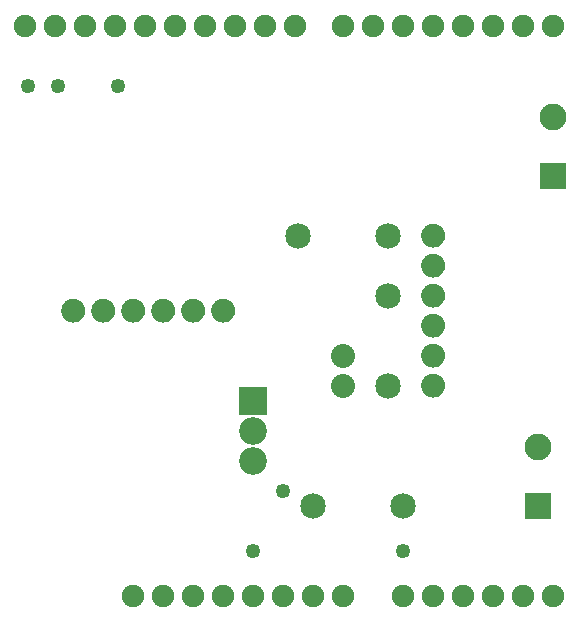
<source format=gbs>
G04 MADE WITH FRITZING*
G04 WWW.FRITZING.ORG*
G04 DOUBLE SIDED*
G04 HOLES PLATED*
G04 CONTOUR ON CENTER OF CONTOUR VECTOR*
%ASAXBY*%
%FSLAX23Y23*%
%MOIN*%
%OFA0B0*%
%SFA1.0B1.0*%
%ADD10C,0.049370*%
%ADD11C,0.089370*%
%ADD12C,0.075278*%
%ADD13C,0.092000*%
%ADD14C,0.085000*%
%ADD15C,0.080000*%
%ADD16R,0.089370X0.089370*%
%ADD17R,0.092000X0.092000*%
%ADD18R,0.001000X0.001000*%
%LNMASK0*%
G90*
G70*
G54D10*
X899Y252D03*
X1399Y252D03*
X1000Y453D03*
X249Y1802D03*
X149Y1802D03*
X449Y1802D03*
G54D11*
X1849Y402D03*
X1849Y599D03*
X1899Y1502D03*
X1899Y1699D03*
G54D12*
X1499Y102D03*
X1599Y102D03*
X1699Y102D03*
X1799Y102D03*
X1899Y102D03*
X1039Y2002D03*
X939Y2002D03*
X839Y2002D03*
X739Y2002D03*
X639Y2002D03*
X539Y2002D03*
X439Y2002D03*
X339Y2002D03*
X239Y2002D03*
X139Y2002D03*
X1899Y2002D03*
X1799Y2002D03*
X1699Y2002D03*
X1599Y2002D03*
X1499Y2002D03*
X1399Y2002D03*
X1299Y2002D03*
X1199Y2002D03*
X599Y102D03*
X499Y102D03*
X699Y102D03*
X799Y102D03*
X899Y102D03*
X999Y102D03*
X1099Y102D03*
X1199Y102D03*
X1399Y102D03*
G54D13*
X899Y752D03*
X899Y652D03*
X899Y552D03*
G54D14*
X1099Y402D03*
X1399Y402D03*
X1349Y802D03*
X1349Y1102D03*
X1349Y1302D03*
X1049Y1302D03*
G54D15*
X1199Y902D03*
X1199Y802D03*
G54D16*
X1849Y402D03*
X1899Y1502D03*
G54D17*
X899Y752D03*
G54D18*
X1493Y1342D02*
X1505Y1342D01*
X1489Y1341D02*
X1510Y1341D01*
X1486Y1340D02*
X1513Y1340D01*
X1483Y1339D02*
X1515Y1339D01*
X1481Y1338D02*
X1517Y1338D01*
X1479Y1337D02*
X1519Y1337D01*
X1478Y1336D02*
X1520Y1336D01*
X1476Y1335D02*
X1522Y1335D01*
X1475Y1334D02*
X1523Y1334D01*
X1474Y1333D02*
X1525Y1333D01*
X1473Y1332D02*
X1526Y1332D01*
X1471Y1331D02*
X1527Y1331D01*
X1471Y1330D02*
X1528Y1330D01*
X1470Y1329D02*
X1529Y1329D01*
X1469Y1328D02*
X1529Y1328D01*
X1468Y1327D02*
X1530Y1327D01*
X1467Y1326D02*
X1531Y1326D01*
X1467Y1325D02*
X1532Y1325D01*
X1466Y1324D02*
X1532Y1324D01*
X1465Y1323D02*
X1533Y1323D01*
X1465Y1322D02*
X1534Y1322D01*
X1464Y1321D02*
X1534Y1321D01*
X1464Y1320D02*
X1535Y1320D01*
X1463Y1319D02*
X1535Y1319D01*
X1463Y1318D02*
X1536Y1318D01*
X1462Y1317D02*
X1536Y1317D01*
X1462Y1316D02*
X1536Y1316D01*
X1462Y1315D02*
X1537Y1315D01*
X1461Y1314D02*
X1537Y1314D01*
X1461Y1313D02*
X1537Y1313D01*
X1461Y1312D02*
X1537Y1312D01*
X1461Y1311D02*
X1538Y1311D01*
X1460Y1310D02*
X1538Y1310D01*
X1460Y1309D02*
X1538Y1309D01*
X1460Y1308D02*
X1538Y1308D01*
X1460Y1307D02*
X1538Y1307D01*
X1460Y1306D02*
X1538Y1306D01*
X1460Y1305D02*
X1538Y1305D01*
X1460Y1304D02*
X1539Y1304D01*
X1460Y1303D02*
X1539Y1303D01*
X1460Y1302D02*
X1539Y1302D01*
X1460Y1301D02*
X1538Y1301D01*
X1460Y1300D02*
X1538Y1300D01*
X1460Y1299D02*
X1538Y1299D01*
X1460Y1298D02*
X1538Y1298D01*
X1460Y1297D02*
X1538Y1297D01*
X1460Y1296D02*
X1538Y1296D01*
X1460Y1295D02*
X1538Y1295D01*
X1461Y1294D02*
X1538Y1294D01*
X1461Y1293D02*
X1537Y1293D01*
X1461Y1292D02*
X1537Y1292D01*
X1461Y1291D02*
X1537Y1291D01*
X1462Y1290D02*
X1537Y1290D01*
X1462Y1289D02*
X1536Y1289D01*
X1462Y1288D02*
X1536Y1288D01*
X1463Y1287D02*
X1535Y1287D01*
X1463Y1286D02*
X1535Y1286D01*
X1464Y1285D02*
X1534Y1285D01*
X1464Y1284D02*
X1534Y1284D01*
X1465Y1283D02*
X1533Y1283D01*
X1465Y1282D02*
X1533Y1282D01*
X1466Y1281D02*
X1532Y1281D01*
X1467Y1280D02*
X1531Y1280D01*
X1467Y1279D02*
X1531Y1279D01*
X1468Y1278D02*
X1530Y1278D01*
X1469Y1277D02*
X1529Y1277D01*
X1470Y1276D02*
X1528Y1276D01*
X1471Y1275D02*
X1527Y1275D01*
X1472Y1274D02*
X1527Y1274D01*
X1473Y1273D02*
X1525Y1273D01*
X1474Y1272D02*
X1524Y1272D01*
X1475Y1271D02*
X1523Y1271D01*
X1477Y1270D02*
X1522Y1270D01*
X1478Y1269D02*
X1520Y1269D01*
X1480Y1268D02*
X1518Y1268D01*
X1482Y1267D02*
X1517Y1267D01*
X1484Y1266D02*
X1515Y1266D01*
X1486Y1265D02*
X1512Y1265D01*
X1490Y1264D02*
X1509Y1264D01*
X1495Y1263D02*
X1503Y1263D01*
X1493Y1242D02*
X1505Y1242D01*
X1489Y1241D02*
X1510Y1241D01*
X1486Y1240D02*
X1513Y1240D01*
X1483Y1239D02*
X1515Y1239D01*
X1481Y1238D02*
X1517Y1238D01*
X1479Y1237D02*
X1519Y1237D01*
X1478Y1236D02*
X1520Y1236D01*
X1476Y1235D02*
X1522Y1235D01*
X1475Y1234D02*
X1523Y1234D01*
X1474Y1233D02*
X1525Y1233D01*
X1473Y1232D02*
X1526Y1232D01*
X1471Y1231D02*
X1527Y1231D01*
X1471Y1230D02*
X1528Y1230D01*
X1470Y1229D02*
X1529Y1229D01*
X1469Y1228D02*
X1529Y1228D01*
X1468Y1227D02*
X1530Y1227D01*
X1467Y1226D02*
X1531Y1226D01*
X1467Y1225D02*
X1532Y1225D01*
X1466Y1224D02*
X1532Y1224D01*
X1465Y1223D02*
X1533Y1223D01*
X1465Y1222D02*
X1534Y1222D01*
X1464Y1221D02*
X1534Y1221D01*
X1464Y1220D02*
X1535Y1220D01*
X1463Y1219D02*
X1535Y1219D01*
X1463Y1218D02*
X1536Y1218D01*
X1462Y1217D02*
X1536Y1217D01*
X1462Y1216D02*
X1536Y1216D01*
X1462Y1215D02*
X1537Y1215D01*
X1461Y1214D02*
X1537Y1214D01*
X1461Y1213D02*
X1537Y1213D01*
X1461Y1212D02*
X1537Y1212D01*
X1461Y1211D02*
X1538Y1211D01*
X1460Y1210D02*
X1538Y1210D01*
X1460Y1209D02*
X1538Y1209D01*
X1460Y1208D02*
X1538Y1208D01*
X1460Y1207D02*
X1538Y1207D01*
X1460Y1206D02*
X1538Y1206D01*
X1460Y1205D02*
X1538Y1205D01*
X1460Y1204D02*
X1539Y1204D01*
X1460Y1203D02*
X1539Y1203D01*
X1460Y1202D02*
X1539Y1202D01*
X1460Y1201D02*
X1538Y1201D01*
X1460Y1200D02*
X1538Y1200D01*
X1460Y1199D02*
X1538Y1199D01*
X1460Y1198D02*
X1538Y1198D01*
X1460Y1197D02*
X1538Y1197D01*
X1460Y1196D02*
X1538Y1196D01*
X1460Y1195D02*
X1538Y1195D01*
X1461Y1194D02*
X1538Y1194D01*
X1461Y1193D02*
X1537Y1193D01*
X1461Y1192D02*
X1537Y1192D01*
X1461Y1191D02*
X1537Y1191D01*
X1462Y1190D02*
X1537Y1190D01*
X1462Y1189D02*
X1536Y1189D01*
X1462Y1188D02*
X1536Y1188D01*
X1463Y1187D02*
X1535Y1187D01*
X1463Y1186D02*
X1535Y1186D01*
X1464Y1185D02*
X1534Y1185D01*
X1464Y1184D02*
X1534Y1184D01*
X1465Y1183D02*
X1533Y1183D01*
X1465Y1182D02*
X1533Y1182D01*
X1466Y1181D02*
X1532Y1181D01*
X1467Y1180D02*
X1531Y1180D01*
X1467Y1179D02*
X1531Y1179D01*
X1468Y1178D02*
X1530Y1178D01*
X1469Y1177D02*
X1529Y1177D01*
X1470Y1176D02*
X1528Y1176D01*
X1471Y1175D02*
X1527Y1175D01*
X1472Y1174D02*
X1527Y1174D01*
X1473Y1173D02*
X1525Y1173D01*
X1474Y1172D02*
X1524Y1172D01*
X1475Y1171D02*
X1523Y1171D01*
X1477Y1170D02*
X1522Y1170D01*
X1478Y1169D02*
X1520Y1169D01*
X1480Y1168D02*
X1518Y1168D01*
X1482Y1167D02*
X1517Y1167D01*
X1484Y1166D02*
X1515Y1166D01*
X1486Y1165D02*
X1512Y1165D01*
X1490Y1164D02*
X1509Y1164D01*
X1495Y1163D02*
X1503Y1163D01*
X1493Y1142D02*
X1505Y1142D01*
X1489Y1141D02*
X1510Y1141D01*
X1485Y1140D02*
X1513Y1140D01*
X1483Y1139D02*
X1515Y1139D01*
X1481Y1138D02*
X1517Y1138D01*
X1479Y1137D02*
X1519Y1137D01*
X1478Y1136D02*
X1521Y1136D01*
X1476Y1135D02*
X1522Y1135D01*
X1475Y1134D02*
X1523Y1134D01*
X1474Y1133D02*
X1525Y1133D01*
X1473Y1132D02*
X1526Y1132D01*
X1471Y1131D02*
X1527Y1131D01*
X1471Y1130D02*
X1528Y1130D01*
X1470Y1129D02*
X1529Y1129D01*
X1469Y1128D02*
X1529Y1128D01*
X1468Y1127D02*
X1530Y1127D01*
X1467Y1126D02*
X1531Y1126D01*
X1467Y1125D02*
X1532Y1125D01*
X1466Y1124D02*
X1532Y1124D01*
X1465Y1123D02*
X1533Y1123D01*
X1465Y1122D02*
X1534Y1122D01*
X1464Y1121D02*
X1534Y1121D01*
X1464Y1120D02*
X1535Y1120D01*
X1463Y1119D02*
X1535Y1119D01*
X1463Y1118D02*
X1536Y1118D01*
X1462Y1117D02*
X1536Y1117D01*
X1462Y1116D02*
X1536Y1116D01*
X1462Y1115D02*
X1537Y1115D01*
X1461Y1114D02*
X1537Y1114D01*
X1461Y1113D02*
X1537Y1113D01*
X1461Y1112D02*
X1537Y1112D01*
X1461Y1111D02*
X1538Y1111D01*
X1460Y1110D02*
X1538Y1110D01*
X1460Y1109D02*
X1538Y1109D01*
X1460Y1108D02*
X1538Y1108D01*
X1460Y1107D02*
X1538Y1107D01*
X1460Y1106D02*
X1538Y1106D01*
X1460Y1105D02*
X1538Y1105D01*
X1460Y1104D02*
X1539Y1104D01*
X1460Y1103D02*
X1539Y1103D01*
X1460Y1102D02*
X1539Y1102D01*
X1460Y1101D02*
X1538Y1101D01*
X1460Y1100D02*
X1538Y1100D01*
X1460Y1099D02*
X1538Y1099D01*
X1460Y1098D02*
X1538Y1098D01*
X1460Y1097D02*
X1538Y1097D01*
X1460Y1096D02*
X1538Y1096D01*
X1460Y1095D02*
X1538Y1095D01*
X1461Y1094D02*
X1538Y1094D01*
X1461Y1093D02*
X1537Y1093D01*
X293Y1092D02*
X305Y1092D01*
X393Y1092D02*
X405Y1092D01*
X493Y1092D02*
X505Y1092D01*
X593Y1092D02*
X605Y1092D01*
X693Y1092D02*
X705Y1092D01*
X793Y1092D02*
X805Y1092D01*
X1461Y1092D02*
X1537Y1092D01*
X289Y1091D02*
X310Y1091D01*
X389Y1091D02*
X410Y1091D01*
X489Y1091D02*
X510Y1091D01*
X589Y1091D02*
X610Y1091D01*
X689Y1091D02*
X710Y1091D01*
X789Y1091D02*
X810Y1091D01*
X1461Y1091D02*
X1537Y1091D01*
X286Y1090D02*
X313Y1090D01*
X386Y1090D02*
X413Y1090D01*
X486Y1090D02*
X513Y1090D01*
X586Y1090D02*
X613Y1090D01*
X686Y1090D02*
X713Y1090D01*
X786Y1090D02*
X813Y1090D01*
X1462Y1090D02*
X1537Y1090D01*
X283Y1089D02*
X315Y1089D01*
X383Y1089D02*
X415Y1089D01*
X483Y1089D02*
X515Y1089D01*
X583Y1089D02*
X615Y1089D01*
X683Y1089D02*
X715Y1089D01*
X783Y1089D02*
X815Y1089D01*
X1462Y1089D02*
X1536Y1089D01*
X281Y1088D02*
X317Y1088D01*
X381Y1088D02*
X417Y1088D01*
X481Y1088D02*
X517Y1088D01*
X581Y1088D02*
X617Y1088D01*
X681Y1088D02*
X717Y1088D01*
X781Y1088D02*
X817Y1088D01*
X1462Y1088D02*
X1536Y1088D01*
X279Y1087D02*
X319Y1087D01*
X379Y1087D02*
X419Y1087D01*
X479Y1087D02*
X519Y1087D01*
X579Y1087D02*
X619Y1087D01*
X679Y1087D02*
X719Y1087D01*
X779Y1087D02*
X819Y1087D01*
X1463Y1087D02*
X1535Y1087D01*
X278Y1086D02*
X321Y1086D01*
X378Y1086D02*
X421Y1086D01*
X478Y1086D02*
X521Y1086D01*
X578Y1086D02*
X621Y1086D01*
X678Y1086D02*
X721Y1086D01*
X778Y1086D02*
X821Y1086D01*
X1463Y1086D02*
X1535Y1086D01*
X276Y1085D02*
X322Y1085D01*
X376Y1085D02*
X422Y1085D01*
X476Y1085D02*
X522Y1085D01*
X576Y1085D02*
X622Y1085D01*
X676Y1085D02*
X722Y1085D01*
X776Y1085D02*
X822Y1085D01*
X1464Y1085D02*
X1534Y1085D01*
X275Y1084D02*
X323Y1084D01*
X375Y1084D02*
X423Y1084D01*
X475Y1084D02*
X523Y1084D01*
X575Y1084D02*
X623Y1084D01*
X675Y1084D02*
X723Y1084D01*
X775Y1084D02*
X823Y1084D01*
X1464Y1084D02*
X1534Y1084D01*
X274Y1083D02*
X325Y1083D01*
X374Y1083D02*
X425Y1083D01*
X474Y1083D02*
X525Y1083D01*
X574Y1083D02*
X625Y1083D01*
X674Y1083D02*
X725Y1083D01*
X774Y1083D02*
X825Y1083D01*
X1465Y1083D02*
X1533Y1083D01*
X273Y1082D02*
X326Y1082D01*
X373Y1082D02*
X426Y1082D01*
X473Y1082D02*
X526Y1082D01*
X573Y1082D02*
X626Y1082D01*
X673Y1082D02*
X726Y1082D01*
X773Y1082D02*
X826Y1082D01*
X1465Y1082D02*
X1533Y1082D01*
X272Y1081D02*
X327Y1081D01*
X372Y1081D02*
X427Y1081D01*
X472Y1081D02*
X527Y1081D01*
X572Y1081D02*
X627Y1081D01*
X672Y1081D02*
X727Y1081D01*
X772Y1081D02*
X827Y1081D01*
X1466Y1081D02*
X1532Y1081D01*
X271Y1080D02*
X328Y1080D01*
X371Y1080D02*
X428Y1080D01*
X471Y1080D02*
X528Y1080D01*
X571Y1080D02*
X628Y1080D01*
X671Y1080D02*
X728Y1080D01*
X771Y1080D02*
X828Y1080D01*
X1467Y1080D02*
X1531Y1080D01*
X270Y1079D02*
X329Y1079D01*
X370Y1079D02*
X429Y1079D01*
X470Y1079D02*
X529Y1079D01*
X570Y1079D02*
X629Y1079D01*
X670Y1079D02*
X729Y1079D01*
X770Y1079D02*
X829Y1079D01*
X1467Y1079D02*
X1531Y1079D01*
X269Y1078D02*
X330Y1078D01*
X369Y1078D02*
X430Y1078D01*
X469Y1078D02*
X530Y1078D01*
X569Y1078D02*
X630Y1078D01*
X669Y1078D02*
X730Y1078D01*
X769Y1078D02*
X830Y1078D01*
X1468Y1078D02*
X1530Y1078D01*
X268Y1077D02*
X330Y1077D01*
X368Y1077D02*
X430Y1077D01*
X468Y1077D02*
X530Y1077D01*
X568Y1077D02*
X630Y1077D01*
X668Y1077D02*
X730Y1077D01*
X768Y1077D02*
X830Y1077D01*
X1469Y1077D02*
X1529Y1077D01*
X267Y1076D02*
X331Y1076D01*
X367Y1076D02*
X431Y1076D01*
X467Y1076D02*
X531Y1076D01*
X567Y1076D02*
X631Y1076D01*
X667Y1076D02*
X731Y1076D01*
X767Y1076D02*
X831Y1076D01*
X1470Y1076D02*
X1528Y1076D01*
X267Y1075D02*
X332Y1075D01*
X367Y1075D02*
X432Y1075D01*
X467Y1075D02*
X532Y1075D01*
X567Y1075D02*
X632Y1075D01*
X667Y1075D02*
X732Y1075D01*
X767Y1075D02*
X832Y1075D01*
X1471Y1075D02*
X1527Y1075D01*
X266Y1074D02*
X332Y1074D01*
X366Y1074D02*
X432Y1074D01*
X466Y1074D02*
X532Y1074D01*
X566Y1074D02*
X632Y1074D01*
X666Y1074D02*
X732Y1074D01*
X766Y1074D02*
X832Y1074D01*
X1472Y1074D02*
X1526Y1074D01*
X265Y1073D02*
X333Y1073D01*
X365Y1073D02*
X433Y1073D01*
X465Y1073D02*
X533Y1073D01*
X565Y1073D02*
X633Y1073D01*
X665Y1073D02*
X733Y1073D01*
X765Y1073D02*
X833Y1073D01*
X1473Y1073D02*
X1525Y1073D01*
X265Y1072D02*
X334Y1072D01*
X365Y1072D02*
X434Y1072D01*
X465Y1072D02*
X534Y1072D01*
X565Y1072D02*
X634Y1072D01*
X665Y1072D02*
X734Y1072D01*
X765Y1072D02*
X834Y1072D01*
X1474Y1072D02*
X1524Y1072D01*
X264Y1071D02*
X334Y1071D01*
X364Y1071D02*
X434Y1071D01*
X464Y1071D02*
X534Y1071D01*
X564Y1071D02*
X634Y1071D01*
X664Y1071D02*
X734Y1071D01*
X764Y1071D02*
X834Y1071D01*
X1475Y1071D02*
X1523Y1071D01*
X264Y1070D02*
X335Y1070D01*
X364Y1070D02*
X435Y1070D01*
X464Y1070D02*
X535Y1070D01*
X564Y1070D02*
X635Y1070D01*
X664Y1070D02*
X735Y1070D01*
X764Y1070D02*
X835Y1070D01*
X1477Y1070D02*
X1522Y1070D01*
X263Y1069D02*
X335Y1069D01*
X363Y1069D02*
X435Y1069D01*
X463Y1069D02*
X535Y1069D01*
X563Y1069D02*
X635Y1069D01*
X663Y1069D02*
X735Y1069D01*
X763Y1069D02*
X835Y1069D01*
X1478Y1069D02*
X1520Y1069D01*
X263Y1068D02*
X336Y1068D01*
X363Y1068D02*
X436Y1068D01*
X463Y1068D02*
X536Y1068D01*
X563Y1068D02*
X636Y1068D01*
X663Y1068D02*
X736Y1068D01*
X763Y1068D02*
X836Y1068D01*
X1480Y1068D02*
X1518Y1068D01*
X262Y1067D02*
X336Y1067D01*
X362Y1067D02*
X436Y1067D01*
X462Y1067D02*
X536Y1067D01*
X562Y1067D02*
X636Y1067D01*
X662Y1067D02*
X736Y1067D01*
X762Y1067D02*
X836Y1067D01*
X1482Y1067D02*
X1517Y1067D01*
X262Y1066D02*
X336Y1066D01*
X362Y1066D02*
X436Y1066D01*
X462Y1066D02*
X536Y1066D01*
X562Y1066D02*
X636Y1066D01*
X662Y1066D02*
X736Y1066D01*
X762Y1066D02*
X836Y1066D01*
X1484Y1066D02*
X1515Y1066D01*
X262Y1065D02*
X337Y1065D01*
X362Y1065D02*
X437Y1065D01*
X462Y1065D02*
X537Y1065D01*
X562Y1065D02*
X637Y1065D01*
X662Y1065D02*
X737Y1065D01*
X762Y1065D02*
X837Y1065D01*
X1486Y1065D02*
X1512Y1065D01*
X261Y1064D02*
X337Y1064D01*
X361Y1064D02*
X437Y1064D01*
X461Y1064D02*
X537Y1064D01*
X561Y1064D02*
X637Y1064D01*
X661Y1064D02*
X737Y1064D01*
X761Y1064D02*
X837Y1064D01*
X1490Y1064D02*
X1509Y1064D01*
X261Y1063D02*
X337Y1063D01*
X361Y1063D02*
X437Y1063D01*
X461Y1063D02*
X537Y1063D01*
X561Y1063D02*
X637Y1063D01*
X661Y1063D02*
X737Y1063D01*
X761Y1063D02*
X837Y1063D01*
X1495Y1063D02*
X1503Y1063D01*
X261Y1062D02*
X338Y1062D01*
X361Y1062D02*
X438Y1062D01*
X461Y1062D02*
X538Y1062D01*
X561Y1062D02*
X638Y1062D01*
X661Y1062D02*
X737Y1062D01*
X761Y1062D02*
X837Y1062D01*
X261Y1061D02*
X338Y1061D01*
X361Y1061D02*
X438Y1061D01*
X461Y1061D02*
X538Y1061D01*
X561Y1061D02*
X638Y1061D01*
X661Y1061D02*
X738Y1061D01*
X761Y1061D02*
X838Y1061D01*
X261Y1060D02*
X338Y1060D01*
X361Y1060D02*
X438Y1060D01*
X461Y1060D02*
X538Y1060D01*
X561Y1060D02*
X638Y1060D01*
X660Y1060D02*
X738Y1060D01*
X760Y1060D02*
X838Y1060D01*
X260Y1059D02*
X338Y1059D01*
X360Y1059D02*
X438Y1059D01*
X460Y1059D02*
X538Y1059D01*
X560Y1059D02*
X638Y1059D01*
X660Y1059D02*
X738Y1059D01*
X760Y1059D02*
X838Y1059D01*
X260Y1058D02*
X338Y1058D01*
X360Y1058D02*
X438Y1058D01*
X460Y1058D02*
X538Y1058D01*
X560Y1058D02*
X638Y1058D01*
X660Y1058D02*
X738Y1058D01*
X760Y1058D02*
X838Y1058D01*
X260Y1057D02*
X338Y1057D01*
X360Y1057D02*
X438Y1057D01*
X460Y1057D02*
X538Y1057D01*
X560Y1057D02*
X638Y1057D01*
X660Y1057D02*
X738Y1057D01*
X760Y1057D02*
X838Y1057D01*
X260Y1056D02*
X339Y1056D01*
X360Y1056D02*
X439Y1056D01*
X460Y1056D02*
X539Y1056D01*
X560Y1056D02*
X639Y1056D01*
X660Y1056D02*
X739Y1056D01*
X760Y1056D02*
X838Y1056D01*
X260Y1055D02*
X339Y1055D01*
X360Y1055D02*
X439Y1055D01*
X460Y1055D02*
X539Y1055D01*
X560Y1055D02*
X639Y1055D01*
X660Y1055D02*
X739Y1055D01*
X760Y1055D02*
X839Y1055D01*
X260Y1054D02*
X339Y1054D01*
X360Y1054D02*
X439Y1054D01*
X460Y1054D02*
X539Y1054D01*
X560Y1054D02*
X639Y1054D01*
X660Y1054D02*
X739Y1054D01*
X760Y1054D02*
X839Y1054D01*
X260Y1053D02*
X339Y1053D01*
X360Y1053D02*
X439Y1053D01*
X460Y1053D02*
X539Y1053D01*
X560Y1053D02*
X639Y1053D01*
X660Y1053D02*
X739Y1053D01*
X760Y1053D02*
X839Y1053D01*
X260Y1052D02*
X339Y1052D01*
X360Y1052D02*
X439Y1052D01*
X460Y1052D02*
X539Y1052D01*
X560Y1052D02*
X639Y1052D01*
X660Y1052D02*
X739Y1052D01*
X760Y1052D02*
X839Y1052D01*
X260Y1051D02*
X339Y1051D01*
X360Y1051D02*
X439Y1051D01*
X460Y1051D02*
X539Y1051D01*
X560Y1051D02*
X639Y1051D01*
X660Y1051D02*
X739Y1051D01*
X760Y1051D02*
X839Y1051D01*
X260Y1050D02*
X339Y1050D01*
X360Y1050D02*
X439Y1050D01*
X460Y1050D02*
X539Y1050D01*
X560Y1050D02*
X639Y1050D01*
X660Y1050D02*
X739Y1050D01*
X760Y1050D02*
X839Y1050D01*
X260Y1049D02*
X339Y1049D01*
X360Y1049D02*
X439Y1049D01*
X460Y1049D02*
X539Y1049D01*
X560Y1049D02*
X639Y1049D01*
X660Y1049D02*
X738Y1049D01*
X760Y1049D02*
X838Y1049D01*
X260Y1048D02*
X338Y1048D01*
X360Y1048D02*
X438Y1048D01*
X460Y1048D02*
X538Y1048D01*
X560Y1048D02*
X638Y1048D01*
X660Y1048D02*
X738Y1048D01*
X760Y1048D02*
X838Y1048D01*
X260Y1047D02*
X338Y1047D01*
X360Y1047D02*
X438Y1047D01*
X460Y1047D02*
X538Y1047D01*
X560Y1047D02*
X638Y1047D01*
X660Y1047D02*
X738Y1047D01*
X760Y1047D02*
X838Y1047D01*
X260Y1046D02*
X338Y1046D01*
X360Y1046D02*
X438Y1046D01*
X460Y1046D02*
X538Y1046D01*
X560Y1046D02*
X638Y1046D01*
X660Y1046D02*
X738Y1046D01*
X760Y1046D02*
X838Y1046D01*
X261Y1045D02*
X338Y1045D01*
X361Y1045D02*
X438Y1045D01*
X461Y1045D02*
X538Y1045D01*
X561Y1045D02*
X638Y1045D01*
X661Y1045D02*
X738Y1045D01*
X761Y1045D02*
X838Y1045D01*
X261Y1044D02*
X338Y1044D01*
X361Y1044D02*
X438Y1044D01*
X461Y1044D02*
X538Y1044D01*
X561Y1044D02*
X638Y1044D01*
X661Y1044D02*
X738Y1044D01*
X761Y1044D02*
X838Y1044D01*
X261Y1043D02*
X337Y1043D01*
X361Y1043D02*
X437Y1043D01*
X461Y1043D02*
X537Y1043D01*
X561Y1043D02*
X637Y1043D01*
X661Y1043D02*
X737Y1043D01*
X761Y1043D02*
X837Y1043D01*
X261Y1042D02*
X337Y1042D01*
X361Y1042D02*
X437Y1042D01*
X461Y1042D02*
X537Y1042D01*
X561Y1042D02*
X637Y1042D01*
X661Y1042D02*
X737Y1042D01*
X761Y1042D02*
X837Y1042D01*
X1493Y1042D02*
X1505Y1042D01*
X262Y1041D02*
X337Y1041D01*
X362Y1041D02*
X437Y1041D01*
X462Y1041D02*
X537Y1041D01*
X562Y1041D02*
X637Y1041D01*
X662Y1041D02*
X737Y1041D01*
X761Y1041D02*
X837Y1041D01*
X1488Y1041D02*
X1510Y1041D01*
X262Y1040D02*
X337Y1040D01*
X362Y1040D02*
X437Y1040D01*
X462Y1040D02*
X537Y1040D01*
X562Y1040D02*
X637Y1040D01*
X662Y1040D02*
X737Y1040D01*
X762Y1040D02*
X837Y1040D01*
X1485Y1040D02*
X1513Y1040D01*
X262Y1039D02*
X336Y1039D01*
X362Y1039D02*
X436Y1039D01*
X462Y1039D02*
X536Y1039D01*
X562Y1039D02*
X636Y1039D01*
X662Y1039D02*
X736Y1039D01*
X762Y1039D02*
X836Y1039D01*
X1483Y1039D02*
X1515Y1039D01*
X263Y1038D02*
X336Y1038D01*
X363Y1038D02*
X436Y1038D01*
X463Y1038D02*
X536Y1038D01*
X563Y1038D02*
X636Y1038D01*
X663Y1038D02*
X736Y1038D01*
X763Y1038D02*
X836Y1038D01*
X1481Y1038D02*
X1517Y1038D01*
X263Y1037D02*
X336Y1037D01*
X363Y1037D02*
X436Y1037D01*
X463Y1037D02*
X536Y1037D01*
X563Y1037D02*
X636Y1037D01*
X663Y1037D02*
X736Y1037D01*
X763Y1037D02*
X835Y1037D01*
X1479Y1037D02*
X1519Y1037D01*
X263Y1036D02*
X335Y1036D01*
X363Y1036D02*
X435Y1036D01*
X463Y1036D02*
X535Y1036D01*
X563Y1036D02*
X635Y1036D01*
X663Y1036D02*
X735Y1036D01*
X763Y1036D02*
X835Y1036D01*
X1478Y1036D02*
X1521Y1036D01*
X264Y1035D02*
X335Y1035D01*
X364Y1035D02*
X435Y1035D01*
X464Y1035D02*
X535Y1035D01*
X564Y1035D02*
X635Y1035D01*
X664Y1035D02*
X735Y1035D01*
X764Y1035D02*
X835Y1035D01*
X1476Y1035D02*
X1522Y1035D01*
X264Y1034D02*
X334Y1034D01*
X364Y1034D02*
X434Y1034D01*
X464Y1034D02*
X534Y1034D01*
X564Y1034D02*
X634Y1034D01*
X664Y1034D02*
X734Y1034D01*
X764Y1034D02*
X834Y1034D01*
X1475Y1034D02*
X1523Y1034D01*
X265Y1033D02*
X334Y1033D01*
X365Y1033D02*
X434Y1033D01*
X465Y1033D02*
X533Y1033D01*
X565Y1033D02*
X633Y1033D01*
X665Y1033D02*
X733Y1033D01*
X765Y1033D02*
X833Y1033D01*
X1474Y1033D02*
X1525Y1033D01*
X266Y1032D02*
X333Y1032D01*
X366Y1032D02*
X433Y1032D01*
X466Y1032D02*
X533Y1032D01*
X566Y1032D02*
X633Y1032D01*
X666Y1032D02*
X733Y1032D01*
X766Y1032D02*
X833Y1032D01*
X1473Y1032D02*
X1526Y1032D01*
X266Y1031D02*
X332Y1031D01*
X366Y1031D02*
X432Y1031D01*
X466Y1031D02*
X532Y1031D01*
X566Y1031D02*
X632Y1031D01*
X666Y1031D02*
X732Y1031D01*
X766Y1031D02*
X832Y1031D01*
X1471Y1031D02*
X1527Y1031D01*
X267Y1030D02*
X332Y1030D01*
X367Y1030D02*
X432Y1030D01*
X467Y1030D02*
X532Y1030D01*
X567Y1030D02*
X632Y1030D01*
X667Y1030D02*
X732Y1030D01*
X767Y1030D02*
X832Y1030D01*
X1470Y1030D02*
X1528Y1030D01*
X268Y1029D02*
X331Y1029D01*
X368Y1029D02*
X431Y1029D01*
X468Y1029D02*
X531Y1029D01*
X568Y1029D02*
X631Y1029D01*
X668Y1029D02*
X731Y1029D01*
X768Y1029D02*
X831Y1029D01*
X1470Y1029D02*
X1529Y1029D01*
X268Y1028D02*
X330Y1028D01*
X368Y1028D02*
X430Y1028D01*
X468Y1028D02*
X530Y1028D01*
X568Y1028D02*
X630Y1028D01*
X668Y1028D02*
X730Y1028D01*
X768Y1028D02*
X830Y1028D01*
X1469Y1028D02*
X1529Y1028D01*
X269Y1027D02*
X329Y1027D01*
X369Y1027D02*
X429Y1027D01*
X469Y1027D02*
X529Y1027D01*
X569Y1027D02*
X629Y1027D01*
X669Y1027D02*
X729Y1027D01*
X769Y1027D02*
X829Y1027D01*
X1468Y1027D02*
X1530Y1027D01*
X270Y1026D02*
X329Y1026D01*
X370Y1026D02*
X428Y1026D01*
X470Y1026D02*
X528Y1026D01*
X570Y1026D02*
X628Y1026D01*
X670Y1026D02*
X728Y1026D01*
X770Y1026D02*
X828Y1026D01*
X1467Y1026D02*
X1531Y1026D01*
X271Y1025D02*
X328Y1025D01*
X371Y1025D02*
X428Y1025D01*
X471Y1025D02*
X528Y1025D01*
X571Y1025D02*
X628Y1025D01*
X671Y1025D02*
X728Y1025D01*
X771Y1025D02*
X828Y1025D01*
X1467Y1025D02*
X1532Y1025D01*
X272Y1024D02*
X327Y1024D01*
X372Y1024D02*
X427Y1024D01*
X472Y1024D02*
X527Y1024D01*
X572Y1024D02*
X627Y1024D01*
X672Y1024D02*
X727Y1024D01*
X772Y1024D02*
X827Y1024D01*
X1466Y1024D02*
X1532Y1024D01*
X273Y1023D02*
X326Y1023D01*
X373Y1023D02*
X425Y1023D01*
X473Y1023D02*
X525Y1023D01*
X573Y1023D02*
X625Y1023D01*
X673Y1023D02*
X725Y1023D01*
X773Y1023D02*
X825Y1023D01*
X1465Y1023D02*
X1533Y1023D01*
X274Y1022D02*
X324Y1022D01*
X374Y1022D02*
X424Y1022D01*
X474Y1022D02*
X524Y1022D01*
X574Y1022D02*
X624Y1022D01*
X674Y1022D02*
X724Y1022D01*
X774Y1022D02*
X824Y1022D01*
X1465Y1022D02*
X1534Y1022D01*
X275Y1021D02*
X323Y1021D01*
X375Y1021D02*
X423Y1021D01*
X475Y1021D02*
X523Y1021D01*
X575Y1021D02*
X623Y1021D01*
X675Y1021D02*
X723Y1021D01*
X775Y1021D02*
X823Y1021D01*
X1464Y1021D02*
X1534Y1021D01*
X277Y1020D02*
X322Y1020D01*
X377Y1020D02*
X422Y1020D01*
X477Y1020D02*
X522Y1020D01*
X577Y1020D02*
X622Y1020D01*
X677Y1020D02*
X722Y1020D01*
X777Y1020D02*
X822Y1020D01*
X1464Y1020D02*
X1535Y1020D01*
X278Y1019D02*
X320Y1019D01*
X378Y1019D02*
X420Y1019D01*
X478Y1019D02*
X520Y1019D01*
X578Y1019D02*
X620Y1019D01*
X678Y1019D02*
X720Y1019D01*
X778Y1019D02*
X820Y1019D01*
X1463Y1019D02*
X1535Y1019D01*
X280Y1018D02*
X319Y1018D01*
X380Y1018D02*
X419Y1018D01*
X480Y1018D02*
X519Y1018D01*
X580Y1018D02*
X619Y1018D01*
X680Y1018D02*
X719Y1018D01*
X780Y1018D02*
X818Y1018D01*
X1463Y1018D02*
X1536Y1018D01*
X282Y1017D02*
X317Y1017D01*
X382Y1017D02*
X417Y1017D01*
X482Y1017D02*
X517Y1017D01*
X582Y1017D02*
X617Y1017D01*
X682Y1017D02*
X717Y1017D01*
X782Y1017D02*
X817Y1017D01*
X1462Y1017D02*
X1536Y1017D01*
X284Y1016D02*
X315Y1016D01*
X384Y1016D02*
X415Y1016D01*
X484Y1016D02*
X515Y1016D01*
X584Y1016D02*
X615Y1016D01*
X684Y1016D02*
X715Y1016D01*
X784Y1016D02*
X815Y1016D01*
X1462Y1016D02*
X1536Y1016D01*
X286Y1015D02*
X312Y1015D01*
X386Y1015D02*
X412Y1015D01*
X486Y1015D02*
X512Y1015D01*
X586Y1015D02*
X612Y1015D01*
X686Y1015D02*
X712Y1015D01*
X786Y1015D02*
X812Y1015D01*
X1462Y1015D02*
X1537Y1015D01*
X290Y1014D02*
X309Y1014D01*
X390Y1014D02*
X409Y1014D01*
X490Y1014D02*
X509Y1014D01*
X590Y1014D02*
X609Y1014D01*
X690Y1014D02*
X709Y1014D01*
X790Y1014D02*
X809Y1014D01*
X1461Y1014D02*
X1537Y1014D01*
X295Y1013D02*
X303Y1013D01*
X395Y1013D02*
X403Y1013D01*
X495Y1013D02*
X503Y1013D01*
X595Y1013D02*
X603Y1013D01*
X695Y1013D02*
X703Y1013D01*
X795Y1013D02*
X803Y1013D01*
X1461Y1013D02*
X1537Y1013D01*
X1461Y1012D02*
X1537Y1012D01*
X1461Y1011D02*
X1538Y1011D01*
X1460Y1010D02*
X1538Y1010D01*
X1460Y1009D02*
X1538Y1009D01*
X1460Y1008D02*
X1538Y1008D01*
X1460Y1007D02*
X1538Y1007D01*
X1460Y1006D02*
X1538Y1006D01*
X1460Y1005D02*
X1538Y1005D01*
X1460Y1004D02*
X1539Y1004D01*
X1460Y1003D02*
X1539Y1003D01*
X1460Y1002D02*
X1539Y1002D01*
X1460Y1001D02*
X1538Y1001D01*
X1460Y1000D02*
X1538Y1000D01*
X1460Y999D02*
X1538Y999D01*
X1460Y998D02*
X1538Y998D01*
X1460Y997D02*
X1538Y997D01*
X1460Y996D02*
X1538Y996D01*
X1460Y995D02*
X1538Y995D01*
X1461Y994D02*
X1538Y994D01*
X1461Y993D02*
X1537Y993D01*
X1461Y992D02*
X1537Y992D01*
X1461Y991D02*
X1537Y991D01*
X1462Y990D02*
X1536Y990D01*
X1462Y989D02*
X1536Y989D01*
X1462Y988D02*
X1536Y988D01*
X1463Y987D02*
X1535Y987D01*
X1463Y986D02*
X1535Y986D01*
X1464Y985D02*
X1534Y985D01*
X1464Y984D02*
X1534Y984D01*
X1465Y983D02*
X1533Y983D01*
X1465Y982D02*
X1533Y982D01*
X1466Y981D02*
X1532Y981D01*
X1467Y980D02*
X1531Y980D01*
X1467Y979D02*
X1531Y979D01*
X1468Y978D02*
X1530Y978D01*
X1469Y977D02*
X1529Y977D01*
X1470Y976D02*
X1528Y976D01*
X1471Y975D02*
X1527Y975D01*
X1472Y974D02*
X1526Y974D01*
X1473Y973D02*
X1525Y973D01*
X1474Y972D02*
X1524Y972D01*
X1475Y971D02*
X1523Y971D01*
X1477Y970D02*
X1522Y970D01*
X1478Y969D02*
X1520Y969D01*
X1480Y968D02*
X1518Y968D01*
X1482Y967D02*
X1517Y967D01*
X1484Y966D02*
X1515Y966D01*
X1486Y965D02*
X1512Y965D01*
X1490Y964D02*
X1508Y964D01*
X1495Y963D02*
X1503Y963D01*
X1493Y942D02*
X1505Y942D01*
X1488Y941D02*
X1510Y941D01*
X1485Y940D02*
X1513Y940D01*
X1483Y939D02*
X1515Y939D01*
X1481Y938D02*
X1517Y938D01*
X1479Y937D02*
X1519Y937D01*
X1478Y936D02*
X1521Y936D01*
X1476Y935D02*
X1522Y935D01*
X1475Y934D02*
X1523Y934D01*
X1474Y933D02*
X1525Y933D01*
X1472Y932D02*
X1526Y932D01*
X1471Y931D02*
X1527Y931D01*
X1470Y930D02*
X1528Y930D01*
X1470Y929D02*
X1529Y929D01*
X1469Y928D02*
X1529Y928D01*
X1468Y927D02*
X1530Y927D01*
X1467Y926D02*
X1531Y926D01*
X1467Y925D02*
X1532Y925D01*
X1466Y924D02*
X1532Y924D01*
X1465Y923D02*
X1533Y923D01*
X1465Y922D02*
X1534Y922D01*
X1464Y921D02*
X1534Y921D01*
X1464Y920D02*
X1535Y920D01*
X1463Y919D02*
X1535Y919D01*
X1463Y918D02*
X1536Y918D01*
X1462Y917D02*
X1536Y917D01*
X1462Y916D02*
X1536Y916D01*
X1462Y915D02*
X1537Y915D01*
X1461Y914D02*
X1537Y914D01*
X1461Y913D02*
X1537Y913D01*
X1461Y912D02*
X1537Y912D01*
X1461Y911D02*
X1538Y911D01*
X1460Y910D02*
X1538Y910D01*
X1460Y909D02*
X1538Y909D01*
X1460Y908D02*
X1538Y908D01*
X1460Y907D02*
X1538Y907D01*
X1460Y906D02*
X1538Y906D01*
X1460Y905D02*
X1538Y905D01*
X1460Y904D02*
X1539Y904D01*
X1460Y903D02*
X1539Y903D01*
X1460Y902D02*
X1539Y902D01*
X1460Y901D02*
X1538Y901D01*
X1460Y900D02*
X1538Y900D01*
X1460Y899D02*
X1538Y899D01*
X1460Y898D02*
X1538Y898D01*
X1460Y897D02*
X1538Y897D01*
X1460Y896D02*
X1538Y896D01*
X1460Y895D02*
X1538Y895D01*
X1461Y894D02*
X1538Y894D01*
X1461Y893D02*
X1537Y893D01*
X1461Y892D02*
X1537Y892D01*
X1461Y891D02*
X1537Y891D01*
X1462Y890D02*
X1536Y890D01*
X1462Y889D02*
X1536Y889D01*
X1462Y888D02*
X1536Y888D01*
X1463Y887D02*
X1535Y887D01*
X1463Y886D02*
X1535Y886D01*
X1464Y885D02*
X1534Y885D01*
X1464Y884D02*
X1534Y884D01*
X1465Y883D02*
X1533Y883D01*
X1465Y882D02*
X1533Y882D01*
X1466Y881D02*
X1532Y881D01*
X1467Y880D02*
X1531Y880D01*
X1467Y879D02*
X1531Y879D01*
X1468Y878D02*
X1530Y878D01*
X1469Y877D02*
X1529Y877D01*
X1470Y876D02*
X1528Y876D01*
X1471Y875D02*
X1527Y875D01*
X1472Y874D02*
X1526Y874D01*
X1473Y873D02*
X1525Y873D01*
X1474Y872D02*
X1524Y872D01*
X1475Y871D02*
X1523Y871D01*
X1477Y870D02*
X1522Y870D01*
X1478Y869D02*
X1520Y869D01*
X1480Y868D02*
X1518Y868D01*
X1482Y867D02*
X1517Y867D01*
X1484Y866D02*
X1515Y866D01*
X1486Y865D02*
X1512Y865D01*
X1490Y864D02*
X1508Y864D01*
X1495Y863D02*
X1503Y863D01*
X1493Y842D02*
X1505Y842D01*
X1488Y841D02*
X1510Y841D01*
X1485Y840D02*
X1513Y840D01*
X1483Y839D02*
X1515Y839D01*
X1481Y838D02*
X1517Y838D01*
X1479Y837D02*
X1519Y837D01*
X1478Y836D02*
X1521Y836D01*
X1476Y835D02*
X1522Y835D01*
X1475Y834D02*
X1523Y834D01*
X1474Y833D02*
X1525Y833D01*
X1472Y832D02*
X1526Y832D01*
X1471Y831D02*
X1527Y831D01*
X1470Y830D02*
X1528Y830D01*
X1470Y829D02*
X1529Y829D01*
X1469Y828D02*
X1530Y828D01*
X1468Y827D02*
X1530Y827D01*
X1467Y826D02*
X1531Y826D01*
X1467Y825D02*
X1532Y825D01*
X1466Y824D02*
X1532Y824D01*
X1465Y823D02*
X1533Y823D01*
X1465Y822D02*
X1534Y822D01*
X1464Y821D02*
X1534Y821D01*
X1464Y820D02*
X1535Y820D01*
X1463Y819D02*
X1535Y819D01*
X1463Y818D02*
X1536Y818D01*
X1462Y817D02*
X1536Y817D01*
X1462Y816D02*
X1536Y816D01*
X1462Y815D02*
X1537Y815D01*
X1461Y814D02*
X1537Y814D01*
X1461Y813D02*
X1537Y813D01*
X1461Y812D02*
X1537Y812D01*
X1461Y811D02*
X1538Y811D01*
X1460Y810D02*
X1538Y810D01*
X1460Y809D02*
X1538Y809D01*
X1460Y808D02*
X1538Y808D01*
X1460Y807D02*
X1538Y807D01*
X1460Y806D02*
X1538Y806D01*
X1460Y805D02*
X1538Y805D01*
X1460Y804D02*
X1539Y804D01*
X1460Y803D02*
X1539Y803D01*
X1460Y802D02*
X1539Y802D01*
X1460Y801D02*
X1538Y801D01*
X1460Y800D02*
X1538Y800D01*
X1460Y799D02*
X1538Y799D01*
X1460Y798D02*
X1538Y798D01*
X1460Y797D02*
X1538Y797D01*
X1460Y796D02*
X1538Y796D01*
X1460Y795D02*
X1538Y795D01*
X1461Y794D02*
X1538Y794D01*
X1461Y793D02*
X1537Y793D01*
X1461Y792D02*
X1537Y792D01*
X1461Y791D02*
X1537Y791D01*
X1462Y790D02*
X1536Y790D01*
X1462Y789D02*
X1536Y789D01*
X1462Y788D02*
X1536Y788D01*
X1463Y787D02*
X1535Y787D01*
X1463Y786D02*
X1535Y786D01*
X1464Y785D02*
X1534Y785D01*
X1464Y784D02*
X1534Y784D01*
X1465Y783D02*
X1533Y783D01*
X1465Y782D02*
X1533Y782D01*
X1466Y781D02*
X1532Y781D01*
X1467Y780D02*
X1531Y780D01*
X1468Y779D02*
X1531Y779D01*
X1468Y778D02*
X1530Y778D01*
X1469Y777D02*
X1529Y777D01*
X1470Y776D02*
X1528Y776D01*
X1471Y775D02*
X1527Y775D01*
X1472Y774D02*
X1526Y774D01*
X1473Y773D02*
X1525Y773D01*
X1474Y772D02*
X1524Y772D01*
X1475Y771D02*
X1523Y771D01*
X1477Y770D02*
X1521Y770D01*
X1478Y769D02*
X1520Y769D01*
X1480Y768D02*
X1518Y768D01*
X1482Y767D02*
X1517Y767D01*
X1484Y766D02*
X1514Y766D01*
X1486Y765D02*
X1512Y765D01*
X1490Y764D02*
X1508Y764D01*
X1495Y763D02*
X1503Y763D01*
D02*
G04 End of Mask0*
M02*
</source>
